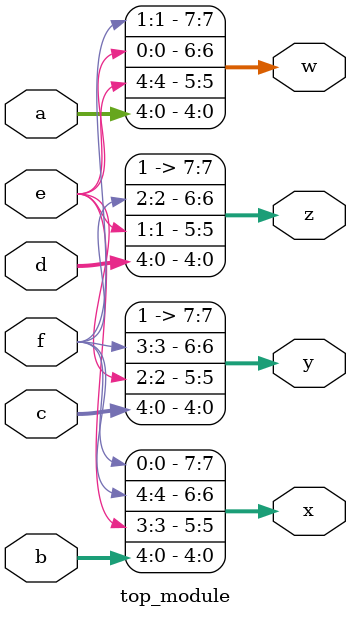
<source format=sv>
module top_module (
    input [4:0] a,
    input [4:0] b,
    input [4:0] c,
    input [4:0] d,
    input [4:0] e,
    input [4:0] f,
    output [7:0] w,
    output [7:0] x,
    output [7:0] y,
    output [7:0] z
);

    assign {w[4:0], x[4:0], y[4:0], z[4:0], w[5], x[5], y[5], z[5], w[6], x[6], y[6], z[6], w[7], x[7], y[7], z[7]} = {a, b, c, d, e, f, 2'b11};

endmodule

</source>
